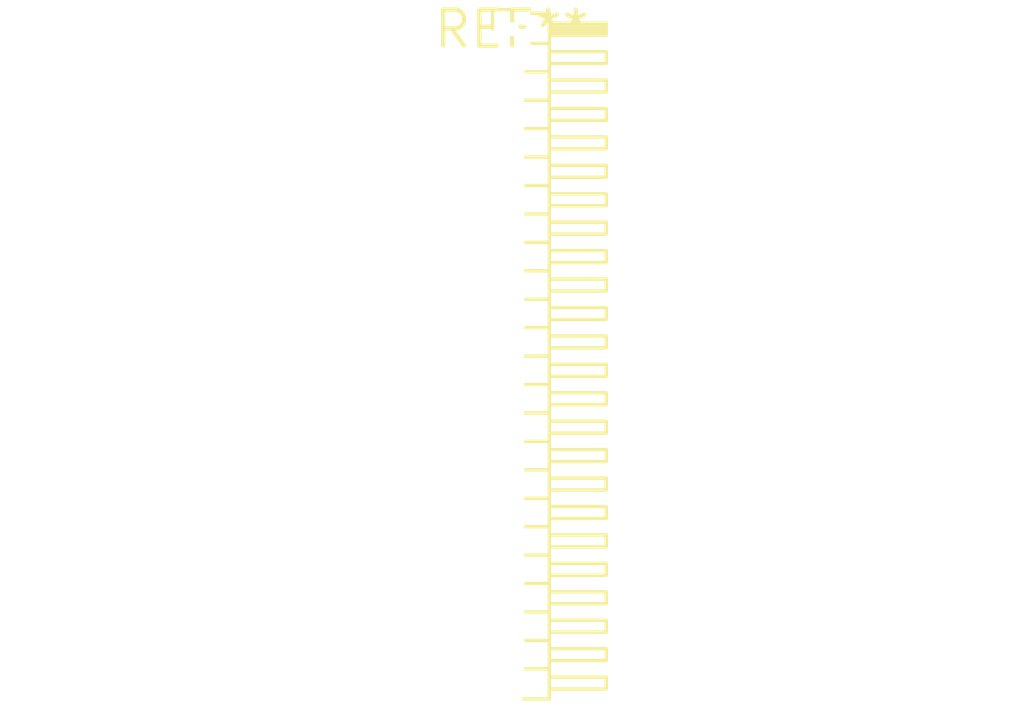
<source format=kicad_pcb>
(kicad_pcb (version 20240108) (generator pcbnew)
  (layers (0 "F.Cu" signal) (31 "B.Cu" signal) (34 "B.Paste" user) (35 "F.Paste" user) (36 "B.SilkS" user "B.Silkscreen") (37 "F.SilkS" user "F.Silkscreen") (38 "B.Mask" user) (39 "F.Mask" user) (44 "Edge.Cuts" user))
  (net 0 "")
  (footprint "PinHeader_1x24_P1.00mm_Horizontal" (layer "F.Cu") (at 0 0)
    (property "Reference" "REF**")
    (property "Value" "PinHeader_1x24_P1.00mm_Horizontal")
    (fp_line (start -0.685 -0.685) (end 0 -0.685) (layer "F.SilkS") (stroke (width 0.12)))
    (fp_line (start -0.685 0) (end -0.685 -0.685) (layer "F.SilkS") (stroke (width 0.12)))
    (fp_line (start 0.468215 1.5) (end 1.31 1.5) (layer "F.SilkS") (stroke (width 0.12)))
    (fp_line (start 0.468215 2.5) (end 1.31 2.5) (layer "F.SilkS") (stroke (width 0.12)))
    (fp_line (start 0.468215 3.5) (end 1.31 3.5) (layer "F.SilkS") (stroke (width 0.12)))
    (fp_line (start 0.468215 4.5) (end 1.31 4.5) (layer "F.SilkS") (stroke (width 0.12)))
    (fp_line (start 0.468215 5.5) (end 1.31 5.5) (layer "F.SilkS") (stroke (width 0.12)))
    (fp_line (start 0.468215 6.5) (end 1.31 6.5) (layer "F.SilkS") (stroke (width 0.12)))
    (fp_line (start 0.468215 7.5) (end 1.31 7.5) (layer "F.SilkS") (stroke (width 0.12)))
    (fp_line (start 0.468215 8.5) (end 1.31 8.5) (layer "F.SilkS") (stroke (width 0.12)))
    (fp_line (start 0.468215 9.5) (end 1.31 9.5) (layer "F.SilkS") (stroke (width 0.12)))
    (fp_line (start 0.468215 10.5) (end 1.31 10.5) (layer "F.SilkS") (stroke (width 0.12)))
    (fp_line (start 0.468215 11.5) (end 1.31 11.5) (layer "F.SilkS") (stroke (width 0.12)))
    (fp_line (start 0.468215 12.5) (end 1.31 12.5) (layer "F.SilkS") (stroke (width 0.12)))
    (fp_line (start 0.468215 13.5) (end 1.31 13.5) (layer "F.SilkS") (stroke (width 0.12)))
    (fp_line (start 0.468215 14.5) (end 1.31 14.5) (layer "F.SilkS") (stroke (width 0.12)))
    (fp_line (start 0.468215 15.5) (end 1.31 15.5) (layer "F.SilkS") (stroke (width 0.12)))
    (fp_line (start 0.468215 16.5) (end 1.31 16.5) (layer "F.SilkS") (stroke (width 0.12)))
    (fp_line (start 0.468215 17.5) (end 1.31 17.5) (layer "F.SilkS") (stroke (width 0.12)))
    (fp_line (start 0.468215 18.5) (end 1.31 18.5) (layer "F.SilkS") (stroke (width 0.12)))
    (fp_line (start 0.468215 19.5) (end 1.31 19.5) (layer "F.SilkS") (stroke (width 0.12)))
    (fp_line (start 0.468215 20.5) (end 1.31 20.5) (layer "F.SilkS") (stroke (width 0.12)))
    (fp_line (start 0.468215 21.5) (end 1.31 21.5) (layer "F.SilkS") (stroke (width 0.12)))
    (fp_line (start 0.468215 22.5) (end 1.31 22.5) (layer "F.SilkS") (stroke (width 0.12)))
    (fp_line (start 0.685 -0.56) (end 1.31 -0.56) (layer "F.SilkS") (stroke (width 0.12)))
    (fp_line (start 0.685 0.5) (end 1.31 0.5) (layer "F.SilkS") (stroke (width 0.12)))
    (fp_line (start 1.31 -0.56) (end 1.31 23.56) (layer "F.SilkS") (stroke (width 0.12)))
    (fp_line (start 1.31 -0.21) (end 3.31 -0.21) (layer "F.SilkS") (stroke (width 0.12)))
    (fp_line (start 1.31 -0.15) (end 3.31 -0.15) (layer "F.SilkS") (stroke (width 0.12)))
    (fp_line (start 1.31 -0.03) (end 3.31 -0.03) (layer "F.SilkS") (stroke (width 0.12)))
    (fp_line (start 1.31 0.09) (end 3.31 0.09) (layer "F.SilkS") (stroke (width 0.12)))
    (fp_line (start 1.31 0.79) (end 3.31 0.79) (layer "F.SilkS") (stroke (width 0.12)))
    (fp_line (start 1.31 1.79) (end 3.31 1.79) (layer "F.SilkS") (stroke (width 0.12)))
    (fp_line (start 1.31 2.79) (end 3.31 2.79) (layer "F.SilkS") (stroke (width 0.12)))
    (fp_line (start 1.31 3.79) (end 3.31 3.79) (layer "F.SilkS") (stroke (width 0.12)))
    (fp_line (start 1.31 4.79) (end 3.31 4.79) (layer "F.SilkS") (stroke (width 0.12)))
    (fp_line (start 1.31 5.79) (end 3.31 5.79) (layer "F.SilkS") (stroke (width 0.12)))
    (fp_line (start 1.31 6.79) (end 3.31 6.79) (layer "F.SilkS") (stroke (width 0.12)))
    (fp_line (start 1.31 7.79) (end 3.31 7.79) (layer "F.SilkS") (stroke (width 0.12)))
    (fp_line (start 1.31 8.79) (end 3.31 8.79) (layer "F.SilkS") (stroke (width 0.12)))
    (fp_line (start 1.31 9.79) (end 3.31 9.79) (layer "F.SilkS") (stroke (width 0.12)))
    (fp_line (start 1.31 10.79) (end 3.31 10.79) (layer "F.SilkS") (stroke (width 0.12)))
    (fp_line (start 1.31 11.79) (end 3.31 11.79) (layer "F.SilkS") (stroke (width 0.12)))
    (fp_line (start 1.31 12.79) (end 3.31 12.79) (layer "F.SilkS") (stroke (width 0.12)))
    (fp_line (start 1.31 13.79) (end 3.31 13.79) (layer "F.SilkS") (stroke (width 0.12)))
    (fp_line (start 1.31 14.79) (end 3.31 14.79) (layer "F.SilkS") (stroke (width 0.12)))
    (fp_line (start 1.31 15.79) (end 3.31 15.79) (layer "F.SilkS") (stroke (width 0.12)))
    (fp_line (start 1.31 16.79) (end 3.31 16.79) (layer "F.SilkS") (stroke (width 0.12)))
    (fp_line (start 1.31 17.79) (end 3.31 17.79) (layer "F.SilkS") (stroke (width 0.12)))
    (fp_line (start 1.31 18.79) (end 3.31 18.79) (layer "F.SilkS") (stroke (width 0.12)))
    (fp_line (start 1.31 19.79) (end 3.31 19.79) (layer "F.SilkS") (stroke (width 0.12)))
    (fp_line (start 1.31 20.79) (end 3.31 20.79) (layer "F.SilkS") (stroke (width 0.12)))
    (fp_line (start 1.31 21.79) (end 3.31 21.79) (layer "F.SilkS") (stroke (width 0.12)))
    (fp_line (start 1.31 22.79) (end 3.31 22.79) (layer "F.SilkS") (stroke (width 0.12)))
    (fp_line (start 1.31 23.56) (end 0.394493 23.56) (layer "F.SilkS") (stroke (width 0.12)))
    (fp_line (start 3.31 -0.21) (end 3.31 0.21) (layer "F.SilkS") (stroke (width 0.12)))
    (fp_line (start 3.31 0.21) (end 1.31 0.21) (layer "F.SilkS") (stroke (width 0.12)))
    (fp_line (start 3.31 0.79) (end 3.31 1.21) (layer "F.SilkS") (stroke (width 0.12)))
    (fp_line (start 3.31 1.21) (end 1.31 1.21) (layer "F.SilkS") (stroke (width 0.12)))
    (fp_line (start 3.31 1.79) (end 3.31 2.21) (layer "F.SilkS") (stroke (width 0.12)))
    (fp_line (start 3.31 2.21) (end 1.31 2.21) (layer "F.SilkS") (stroke (width 0.12)))
    (fp_line (start 3.31 2.79) (end 3.31 3.21) (layer "F.SilkS") (stroke (width 0.12)))
    (fp_line (start 3.31 3.21) (end 1.31 3.21) (layer "F.SilkS") (stroke (width 0.12)))
    (fp_line (start 3.31 3.79) (end 3.31 4.21) (layer "F.SilkS") (stroke (width 0.12)))
    (fp_line (start 3.31 4.21) (end 1.31 4.21) (layer "F.SilkS") (stroke (width 0.12)))
    (fp_line (start 3.31 4.79) (end 3.31 5.21) (layer "F.SilkS") (stroke (width 0.12)))
    (fp_line (start 3.31 5.21) (end 1.31 5.21) (layer "F.SilkS") (stroke (width 0.12)))
    (fp_line (start 3.31 5.79) (end 3.31 6.21) (layer "F.SilkS") (stroke (width 0.12)))
    (fp_line (start 3.31 6.21) (end 1.31 6.21) (layer "F.SilkS") (stroke (width 0.12)))
    (fp_line (start 3.31 6.79) (end 3.31 7.21) (layer "F.SilkS") (stroke (width 0.12)))
    (fp_line (start 3.31 7.21) (end 1.31 7.21) (layer "F.SilkS") (stroke (width 0.12)))
    (fp_line (start 3.31 7.79) (end 3.31 8.21) (layer "F.SilkS") (stroke (width 0.12)))
    (fp_line (start 3.31 8.21) (end 1.31 8.21) (layer "F.SilkS") (stroke (width 0.12)))
    (fp_line (start 3.31 8.79) (end 3.31 9.21) (layer "F.SilkS") (stroke (width 0.12)))
    (fp_line (start 3.31 9.21) (end 1.31 9.21) (layer "F.SilkS") (stroke (width 0.12)))
    (fp_line (start 3.31 9.79) (end 3.31 10.21) (layer "F.SilkS") (stroke (width 0.12)))
    (fp_line (start 3.31 10.21) (end 1.31 10.21) (layer "F.SilkS") (stroke (width 0.12)))
    (fp_line (start 3.31 10.79) (end 3.31 11.21) (layer "F.SilkS") (stroke (width 0.12)))
    (fp_line (start 3.31 11.21) (end 1.31 11.21) (layer "F.SilkS") (stroke (width 0.12)))
    (fp_line (start 3.31 11.79) (end 3.31 12.21) (layer "F.SilkS") (stroke (width 0.12)))
    (fp_line (start 3.31 12.21) (end 1.31 12.21) (layer "F.SilkS") (stroke (width 0.12)))
    (fp_line (start 3.31 12.79) (end 3.31 13.21) (layer "F.SilkS") (stroke (width 0.12)))
    (fp_line (start 3.31 13.21) (end 1.31 13.21) (layer "F.SilkS") (stroke (width 0.12)))
    (fp_line (start 3.31 13.79) (end 3.31 14.21) (layer "F.SilkS") (stroke (width 0.12)))
    (fp_line (start 3.31 14.21) (end 1.31 14.21) (layer "F.SilkS") (stroke (width 0.12)))
    (fp_line (start 3.31 14.79) (end 3.31 15.21) (layer "F.SilkS") (stroke (width 0.12)))
    (fp_line (start 3.31 15.21) (end 1.31 15.21) (layer "F.SilkS") (stroke (width 0.12)))
    (fp_line (start 3.31 15.79) (end 3.31 16.21) (layer "F.SilkS") (stroke (width 0.12)))
    (fp_line (start 3.31 16.21) (end 1.31 16.21) (layer "F.SilkS") (stroke (width 0.12)))
    (fp_line (start 3.31 16.79) (end 3.31 17.21) (layer "F.SilkS") (stroke (width 0.12)))
    (fp_line (start 3.31 17.21) (end 1.31 17.21) (layer "F.SilkS") (stroke (width 0.12)))
    (fp_line (start 3.31 17.79) (end 3.31 18.21) (layer "F.SilkS") (stroke (width 0.12)))
    (fp_line (start 3.31 18.21) (end 1.31 18.21) (layer "F.SilkS") (stroke (width 0.12)))
    (fp_line (start 3.31 18.79) (end 3.31 19.21) (layer "F.SilkS") (stroke (width 0.12)))
    (fp_line (start 3.31 19.21) (end 1.31 19.21) (layer "F.SilkS") (stroke (width 0.12)))
    (fp_line (start 3.31 19.79) (end 3.31 20.21) (layer "F.SilkS") (stroke (width 0.12)))
    (fp_line (start 3.31 20.21) (end 1.31 20.21) (layer "F.SilkS") (stroke (width 0.12)))
    (fp_line (start 3.31 20.79) (end 3.31 21.21) (layer "F.SilkS") (stroke (width 0.12)))
    (fp_line (start 3.31 21.21) (end 1.31 21.21) (layer "F.SilkS") (stroke (width 0.12)))
    (fp_line (start 3.31 21.79) (end 3.31 22.21) (layer "F.SilkS") (stroke (width 0.12)))
    (fp_line (start 3.31 22.21) (end 1.31 22.21) (layer "F.SilkS") (stroke (width 0.12)))
    (fp_line (start 3.31 22.79) (end 3.31 23.21) (layer "F.SilkS") (stroke (width 0.12)))
    (fp_line (start 3.31 23.21) (end 1.31 23.21) (layer "F.SilkS") (stroke (width 0.12)))
    (pad "1" thru_hole rect (at 0 0) (size 0.85 0.85) (drill 0.5) (layers *.Cu *.Mask) (remove_unused_layers))
    (pad "2" thru_hole oval (at 0 1) (size 0.85 0.85) (drill 0.5) (layers *.Cu *.Mask) (remove_unused_layers))
    (pad "3" thru_hole oval (at 0 2) (size 0.85 0.85) (drill 0.5) (layers *.Cu *.Mask) (remove_unused_layers))
    (pad "4" thru_hole oval (at 0 3) (size 0.85 0.85) (drill 0.5) (layers *.Cu *.Mask) (remove_unused_layers))
    (pad "5" thru_hole oval (at 0 4) (size 0.85 0.85) (drill 0.5) (layers *.Cu *.Mask) (remove_unused_layers))
    (pad "6" thru_hole oval (at 0 5) (size 0.85 0.85) (drill 0.5) (layers *.Cu *.Mask) (remove_unused_layers))
    (pad "7" thru_hole oval (at 0 6) (size 0.85 0.85) (drill 0.5) (layers *.Cu *.Mask) (remove_unused_layers))
    (pad "8" thru_hole oval (at 0 7) (size 0.85 0.85) (drill 0.5) (layers *.Cu *.Mask) (remove_unused_layers))
    (pad "9" thru_hole oval (at 0 8) (size 0.85 0.85) (drill 0.5) (layers *.Cu *.Mask) (remove_unused_layers))
    (pad "10" thru_hole oval (at 0 9) (size 0.85 0.85) (drill 0.5) (layers *.Cu *.Mask) (remove_unused_layers))
    (pad "11" thru_hole oval (at 0 10) (size 0.85 0.85) (drill 0.5) (layers *.Cu *.Mask) (remove_unused_layers))
    (pad "12" thru_hole oval (at 0 11) (size 0.85 0.85) (drill 0.5) (layers *.Cu *.Mask) (remove_unused_layers))
    (pad "13" thru_hole oval (at 0 12) (size 0.85 0.85) (drill 0.5) (layers *.Cu *.Mask) (remove_unused_layers))
    (pad "14" thru_hole oval (at 0 13) (size 0.85 0.85) (drill 0.5) (layers *.Cu *.Mask) (remove_unused_layers))
    (pad "15" thru_hole oval (at 0 14) (size 0.85 0.85) (drill 0.5) (layers *.Cu *.Mask) (remove_unused_layers))
    (pad "16" thru_hole oval (at 0 15) (size 0.85 0.85) (drill 0.5) (layers *.Cu *.Mask) (remove_unused_layers))
    (pad "17" thru_hole oval (at 0 16) (size 0.85 0.85) (drill 0.5) (layers *.Cu *.Mask) (remove_unused_layers))
    (pad "18" thru_hole oval (at 0 17) (size 0.85 0.85) (drill 0.5) (layers *.Cu *.Mask) (remove_unused_layers))
    (pad "19" thru_hole oval (at 0 18) (size 0.85 0.85) (drill 0.5) (layers *.Cu *.Mask) (remove_unused_layers))
    (pad "20" thru_hole oval (at 0 19) (size 0.85 0.85) (drill 0.5) (layers *.Cu *.Mask) (remove_unused_layers))
    (pad "21" thru_hole oval (at 0 20) (size 0.85 0.85) (drill 0.5) (layers *.Cu *.Mask) (remove_unused_layers))
    (pad "22" thru_hole oval (at 0 21) (size 0.85 0.85) (drill 0.5) (layers *.Cu *.Mask) (remove_unused_layers))
    (pad "23" thru_hole oval (at 0 22) (size 0.85 0.85) (drill 0.5) (layers *.Cu *.Mask) (remove_unused_layers))
    (pad "24" thru_hole oval (at 0 23) (size 0.85 0.85) (drill 0.5) (layers *.Cu *.Mask) (remove_unused_layers))
  )
)
</source>
